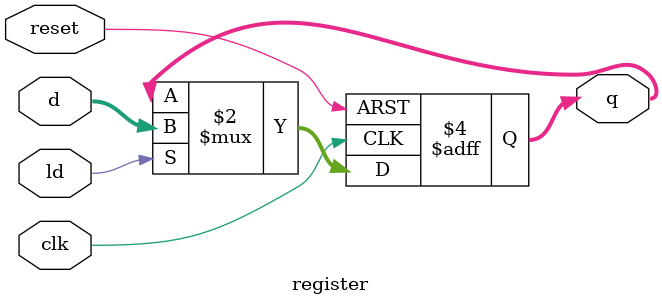
<source format=sv>
`timescale 1ns / 1ps
module register #(parameter N = 8)(input logic clk,
    input logic reset,
    input logic ld,
    input logic [N-1:0] d,
    output logic [N-1:0] q);
// asynchronous reset
always_ff @(posedge clk, posedge reset)
    if (reset) q <= 0;
    else if (ld) q <= d;
endmodule
</source>
